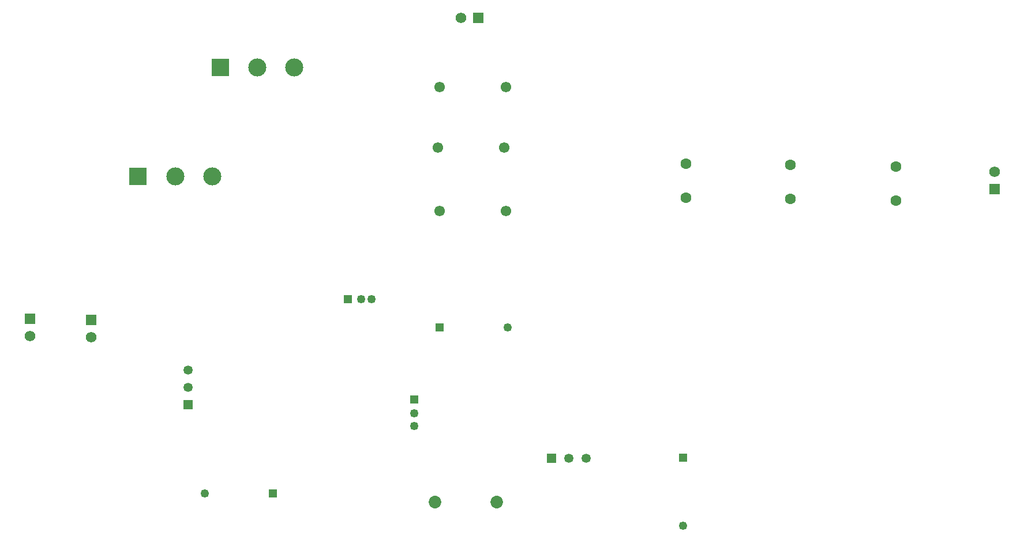
<source format=gbs>
G04*
G04 #@! TF.GenerationSoftware,Altium Limited,Altium Designer,23.2.1 (34)*
G04*
G04 Layer_Color=16711935*
%FSLAX44Y44*%
%MOMM*%
G71*
G04*
G04 #@! TF.SameCoordinates,1D430AEC-14A7-47DC-8016-A447EEC89EF4*
G04*
G04*
G04 #@! TF.FilePolarity,Negative*
G04*
G01*
G75*
%ADD15C,1.3500*%
%ADD16R,1.3500X1.3500*%
%ADD17C,1.5700*%
%ADD18R,1.5700X1.5700*%
%ADD19C,1.5532*%
%ADD20C,2.6500*%
%ADD21R,2.6500X2.6500*%
%ADD22C,1.2500*%
%ADD23R,1.2500X1.2500*%
%ADD24R,1.2532X1.2532*%
%ADD25C,1.2532*%
%ADD26R,1.5700X1.5700*%
%ADD27C,1.6032*%
%ADD28R,1.3500X1.3500*%
%ADD29R,1.2532X1.2532*%
%ADD30C,1.8532*%
%ADD31R,1.2500X1.2500*%
D15*
X530860Y683260D02*
D03*
Y657860D02*
D03*
X1115060Y553720D02*
D03*
X1089660D02*
D03*
D16*
X530860Y632460D02*
D03*
D17*
X930910Y1200150D02*
D03*
X1714500Y974090D02*
D03*
X388620Y731520D02*
D03*
X298450Y732790D02*
D03*
D18*
X956310Y1200150D02*
D03*
D19*
X997690Y1098550D02*
D03*
X899690D02*
D03*
X995150Y1009650D02*
D03*
X897150D02*
D03*
X997690Y916940D02*
D03*
X899690D02*
D03*
D20*
X686850Y1127760D02*
D03*
X632350D02*
D03*
X566420Y967740D02*
D03*
X511920D02*
D03*
D21*
X577850Y1127760D02*
D03*
X457420Y967740D02*
D03*
D22*
X999960Y745490D02*
D03*
X554990Y501650D02*
D03*
X1257300Y454190D02*
D03*
D23*
X899960Y745490D02*
D03*
X654990Y501650D02*
D03*
D24*
X765000Y787400D02*
D03*
D25*
X784860D02*
D03*
X800000D02*
D03*
X862330Y619760D02*
D03*
Y601000D02*
D03*
D26*
X1714500Y948690D02*
D03*
X388620Y756920D02*
D03*
X298450Y758190D02*
D03*
D27*
X1414780Y934720D02*
D03*
Y984720D02*
D03*
X1569720Y932180D02*
D03*
Y982180D02*
D03*
X1261110Y935990D02*
D03*
Y985990D02*
D03*
D28*
X1064260Y553720D02*
D03*
D29*
X862330Y640000D02*
D03*
D30*
X983530Y488950D02*
D03*
X893530D02*
D03*
D31*
X1257300Y554190D02*
D03*
M02*

</source>
